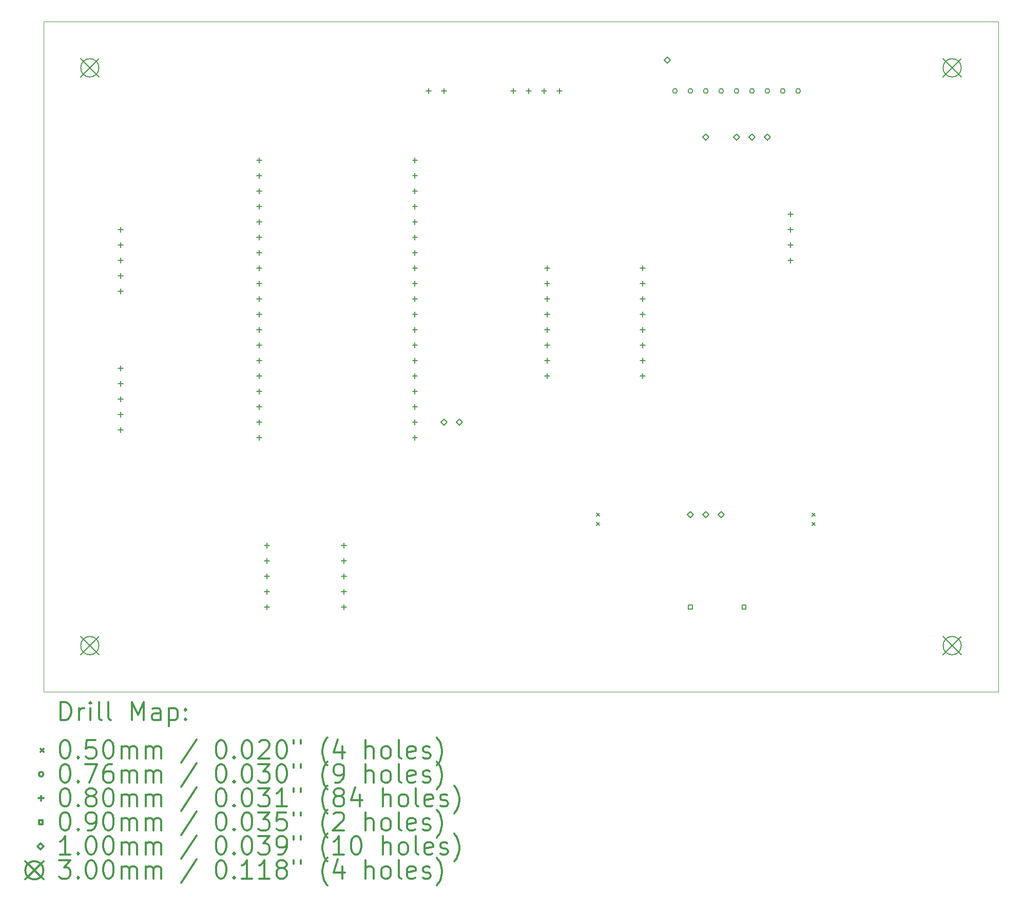
<source format=gbr>
%FSLAX45Y45*%
G04 Gerber Fmt 4.5, Leading zero omitted, Abs format (unit mm)*
G04 Created by KiCad (PCBNEW (5.1.6)-1) date 2020-07-07 09:56:22*
%MOMM*%
%LPD*%
G01*
G04 APERTURE LIST*
%TA.AperFunction,Profile*%
%ADD10C,0.050000*%
%TD*%
%ADD11C,0.200000*%
%ADD12C,0.300000*%
G04 APERTURE END LIST*
D10*
X2794000Y-14478000D02*
X2794000Y-3429000D01*
X18542000Y-14478000D02*
X2794000Y-14478000D01*
X18542000Y-3429000D02*
X18542000Y-14478000D01*
X2794000Y-3429000D02*
X18542000Y-3429000D01*
D11*
X15469000Y-11532000D02*
X15519000Y-11582000D01*
X15519000Y-11532000D02*
X15469000Y-11582000D01*
X15469000Y-11682000D02*
X15519000Y-11732000D01*
X15519000Y-11682000D02*
X15469000Y-11732000D01*
X11913000Y-11532000D02*
X11963000Y-11582000D01*
X11963000Y-11532000D02*
X11913000Y-11582000D01*
X11913000Y-11682000D02*
X11963000Y-11732000D01*
X11963000Y-11682000D02*
X11913000Y-11732000D01*
X13246100Y-4572000D02*
G75*
G03*
X13246100Y-4572000I-38100J0D01*
G01*
X13500100Y-4572000D02*
G75*
G03*
X13500100Y-4572000I-38100J0D01*
G01*
X13754100Y-4572000D02*
G75*
G03*
X13754100Y-4572000I-38100J0D01*
G01*
X14008100Y-4572000D02*
G75*
G03*
X14008100Y-4572000I-38100J0D01*
G01*
X14262100Y-4572000D02*
G75*
G03*
X14262100Y-4572000I-38100J0D01*
G01*
X14516100Y-4572000D02*
G75*
G03*
X14516100Y-4572000I-38100J0D01*
G01*
X14770100Y-4572000D02*
G75*
G03*
X14770100Y-4572000I-38100J0D01*
G01*
X15024100Y-4572000D02*
G75*
G03*
X15024100Y-4572000I-38100J0D01*
G01*
X15278100Y-4572000D02*
G75*
G03*
X15278100Y-4572000I-38100J0D01*
G01*
X4064000Y-9104000D02*
X4064000Y-9184000D01*
X4024000Y-9144000D02*
X4104000Y-9144000D01*
X4064000Y-9358000D02*
X4064000Y-9438000D01*
X4024000Y-9398000D02*
X4104000Y-9398000D01*
X4064000Y-9612000D02*
X4064000Y-9692000D01*
X4024000Y-9652000D02*
X4104000Y-9652000D01*
X4064000Y-9866000D02*
X4064000Y-9946000D01*
X4024000Y-9906000D02*
X4104000Y-9906000D01*
X4064000Y-10120000D02*
X4064000Y-10200000D01*
X4024000Y-10160000D02*
X4104000Y-10160000D01*
X4064000Y-6818000D02*
X4064000Y-6898000D01*
X4024000Y-6858000D02*
X4104000Y-6858000D01*
X4064000Y-7072000D02*
X4064000Y-7152000D01*
X4024000Y-7112000D02*
X4104000Y-7112000D01*
X4064000Y-7326000D02*
X4064000Y-7406000D01*
X4024000Y-7366000D02*
X4104000Y-7366000D01*
X4064000Y-7580000D02*
X4064000Y-7660000D01*
X4024000Y-7620000D02*
X4104000Y-7620000D01*
X4064000Y-7834000D02*
X4064000Y-7914000D01*
X4024000Y-7874000D02*
X4104000Y-7874000D01*
X9144000Y-4532000D02*
X9144000Y-4612000D01*
X9104000Y-4572000D02*
X9184000Y-4572000D01*
X9398000Y-4532000D02*
X9398000Y-4612000D01*
X9358000Y-4572000D02*
X9438000Y-4572000D01*
X15113000Y-6564000D02*
X15113000Y-6644000D01*
X15073000Y-6604000D02*
X15153000Y-6604000D01*
X15113000Y-6818000D02*
X15113000Y-6898000D01*
X15073000Y-6858000D02*
X15153000Y-6858000D01*
X15113000Y-7072000D02*
X15113000Y-7152000D01*
X15073000Y-7112000D02*
X15153000Y-7112000D01*
X15113000Y-7326000D02*
X15113000Y-7406000D01*
X15073000Y-7366000D02*
X15153000Y-7366000D01*
X6477000Y-12025000D02*
X6477000Y-12105000D01*
X6437000Y-12065000D02*
X6517000Y-12065000D01*
X6477000Y-12279000D02*
X6477000Y-12359000D01*
X6437000Y-12319000D02*
X6517000Y-12319000D01*
X6477000Y-12533000D02*
X6477000Y-12613000D01*
X6437000Y-12573000D02*
X6517000Y-12573000D01*
X6477000Y-12787000D02*
X6477000Y-12867000D01*
X6437000Y-12827000D02*
X6517000Y-12827000D01*
X6477000Y-13041000D02*
X6477000Y-13121000D01*
X6437000Y-13081000D02*
X6517000Y-13081000D01*
X7747000Y-12025000D02*
X7747000Y-12105000D01*
X7707000Y-12065000D02*
X7787000Y-12065000D01*
X7747000Y-12279000D02*
X7747000Y-12359000D01*
X7707000Y-12319000D02*
X7787000Y-12319000D01*
X7747000Y-12533000D02*
X7747000Y-12613000D01*
X7707000Y-12573000D02*
X7787000Y-12573000D01*
X7747000Y-12787000D02*
X7747000Y-12867000D01*
X7707000Y-12827000D02*
X7787000Y-12827000D01*
X7747000Y-13041000D02*
X7747000Y-13121000D01*
X7707000Y-13081000D02*
X7787000Y-13081000D01*
X11101000Y-7453000D02*
X11101000Y-7533000D01*
X11061000Y-7493000D02*
X11141000Y-7493000D01*
X11101000Y-7707000D02*
X11101000Y-7787000D01*
X11061000Y-7747000D02*
X11141000Y-7747000D01*
X11101000Y-7961000D02*
X11101000Y-8041000D01*
X11061000Y-8001000D02*
X11141000Y-8001000D01*
X11101000Y-8215000D02*
X11101000Y-8295000D01*
X11061000Y-8255000D02*
X11141000Y-8255000D01*
X11101000Y-8469000D02*
X11101000Y-8549000D01*
X11061000Y-8509000D02*
X11141000Y-8509000D01*
X11101000Y-8723000D02*
X11101000Y-8803000D01*
X11061000Y-8763000D02*
X11141000Y-8763000D01*
X11101000Y-8977000D02*
X11101000Y-9057000D01*
X11061000Y-9017000D02*
X11141000Y-9017000D01*
X11101000Y-9231000D02*
X11101000Y-9311000D01*
X11061000Y-9271000D02*
X11141000Y-9271000D01*
X12676000Y-7453000D02*
X12676000Y-7533000D01*
X12636000Y-7493000D02*
X12716000Y-7493000D01*
X12676000Y-7707000D02*
X12676000Y-7787000D01*
X12636000Y-7747000D02*
X12716000Y-7747000D01*
X12676000Y-7961000D02*
X12676000Y-8041000D01*
X12636000Y-8001000D02*
X12716000Y-8001000D01*
X12676000Y-8215000D02*
X12676000Y-8295000D01*
X12636000Y-8255000D02*
X12716000Y-8255000D01*
X12676000Y-8469000D02*
X12676000Y-8549000D01*
X12636000Y-8509000D02*
X12716000Y-8509000D01*
X12676000Y-8723000D02*
X12676000Y-8803000D01*
X12636000Y-8763000D02*
X12716000Y-8763000D01*
X12676000Y-8977000D02*
X12676000Y-9057000D01*
X12636000Y-9017000D02*
X12716000Y-9017000D01*
X12676000Y-9231000D02*
X12676000Y-9311000D01*
X12636000Y-9271000D02*
X12716000Y-9271000D01*
X6350000Y-5675000D02*
X6350000Y-5755000D01*
X6310000Y-5715000D02*
X6390000Y-5715000D01*
X6350000Y-5929000D02*
X6350000Y-6009000D01*
X6310000Y-5969000D02*
X6390000Y-5969000D01*
X6350000Y-6183000D02*
X6350000Y-6263000D01*
X6310000Y-6223000D02*
X6390000Y-6223000D01*
X6350000Y-6437000D02*
X6350000Y-6517000D01*
X6310000Y-6477000D02*
X6390000Y-6477000D01*
X6350000Y-6691000D02*
X6350000Y-6771000D01*
X6310000Y-6731000D02*
X6390000Y-6731000D01*
X6350000Y-6945000D02*
X6350000Y-7025000D01*
X6310000Y-6985000D02*
X6390000Y-6985000D01*
X6350000Y-7199000D02*
X6350000Y-7279000D01*
X6310000Y-7239000D02*
X6390000Y-7239000D01*
X6350000Y-7453000D02*
X6350000Y-7533000D01*
X6310000Y-7493000D02*
X6390000Y-7493000D01*
X6350000Y-7707000D02*
X6350000Y-7787000D01*
X6310000Y-7747000D02*
X6390000Y-7747000D01*
X6350000Y-7961000D02*
X6350000Y-8041000D01*
X6310000Y-8001000D02*
X6390000Y-8001000D01*
X6350000Y-8215000D02*
X6350000Y-8295000D01*
X6310000Y-8255000D02*
X6390000Y-8255000D01*
X6350000Y-8469000D02*
X6350000Y-8549000D01*
X6310000Y-8509000D02*
X6390000Y-8509000D01*
X6350000Y-8723000D02*
X6350000Y-8803000D01*
X6310000Y-8763000D02*
X6390000Y-8763000D01*
X6350000Y-8977000D02*
X6350000Y-9057000D01*
X6310000Y-9017000D02*
X6390000Y-9017000D01*
X6350000Y-9231000D02*
X6350000Y-9311000D01*
X6310000Y-9271000D02*
X6390000Y-9271000D01*
X6350000Y-9485000D02*
X6350000Y-9565000D01*
X6310000Y-9525000D02*
X6390000Y-9525000D01*
X6350000Y-9739000D02*
X6350000Y-9819000D01*
X6310000Y-9779000D02*
X6390000Y-9779000D01*
X6350000Y-9993000D02*
X6350000Y-10073000D01*
X6310000Y-10033000D02*
X6390000Y-10033000D01*
X6350000Y-10247000D02*
X6350000Y-10327000D01*
X6310000Y-10287000D02*
X6390000Y-10287000D01*
X8920000Y-5675000D02*
X8920000Y-5755000D01*
X8880000Y-5715000D02*
X8960000Y-5715000D01*
X8920000Y-5929000D02*
X8920000Y-6009000D01*
X8880000Y-5969000D02*
X8960000Y-5969000D01*
X8920000Y-6183000D02*
X8920000Y-6263000D01*
X8880000Y-6223000D02*
X8960000Y-6223000D01*
X8920000Y-6437000D02*
X8920000Y-6517000D01*
X8880000Y-6477000D02*
X8960000Y-6477000D01*
X8920000Y-6691000D02*
X8920000Y-6771000D01*
X8880000Y-6731000D02*
X8960000Y-6731000D01*
X8920000Y-6945000D02*
X8920000Y-7025000D01*
X8880000Y-6985000D02*
X8960000Y-6985000D01*
X8920000Y-7199000D02*
X8920000Y-7279000D01*
X8880000Y-7239000D02*
X8960000Y-7239000D01*
X8920000Y-7453000D02*
X8920000Y-7533000D01*
X8880000Y-7493000D02*
X8960000Y-7493000D01*
X8920000Y-7707000D02*
X8920000Y-7787000D01*
X8880000Y-7747000D02*
X8960000Y-7747000D01*
X8920000Y-7961000D02*
X8920000Y-8041000D01*
X8880000Y-8001000D02*
X8960000Y-8001000D01*
X8920000Y-8215000D02*
X8920000Y-8295000D01*
X8880000Y-8255000D02*
X8960000Y-8255000D01*
X8920000Y-8469000D02*
X8920000Y-8549000D01*
X8880000Y-8509000D02*
X8960000Y-8509000D01*
X8920000Y-8723000D02*
X8920000Y-8803000D01*
X8880000Y-8763000D02*
X8960000Y-8763000D01*
X8920000Y-8977000D02*
X8920000Y-9057000D01*
X8880000Y-9017000D02*
X8960000Y-9017000D01*
X8920000Y-9231000D02*
X8920000Y-9311000D01*
X8880000Y-9271000D02*
X8960000Y-9271000D01*
X8920000Y-9485000D02*
X8920000Y-9565000D01*
X8880000Y-9525000D02*
X8960000Y-9525000D01*
X8920000Y-9739000D02*
X8920000Y-9819000D01*
X8880000Y-9779000D02*
X8960000Y-9779000D01*
X8920000Y-9993000D02*
X8920000Y-10073000D01*
X8880000Y-10033000D02*
X8960000Y-10033000D01*
X8920000Y-10247000D02*
X8920000Y-10327000D01*
X8880000Y-10287000D02*
X8960000Y-10287000D01*
X10541000Y-4532000D02*
X10541000Y-4612000D01*
X10501000Y-4572000D02*
X10581000Y-4572000D01*
X10795000Y-4532000D02*
X10795000Y-4612000D01*
X10755000Y-4572000D02*
X10835000Y-4572000D01*
X11049000Y-4532000D02*
X11049000Y-4612000D01*
X11009000Y-4572000D02*
X11089000Y-4572000D01*
X11303000Y-4532000D02*
X11303000Y-4612000D01*
X11263000Y-4572000D02*
X11343000Y-4572000D01*
X13493820Y-13112820D02*
X13493820Y-13049180D01*
X13430180Y-13049180D01*
X13430180Y-13112820D01*
X13493820Y-13112820D01*
X14378820Y-13112820D02*
X14378820Y-13049180D01*
X14315180Y-13049180D01*
X14315180Y-13112820D01*
X14378820Y-13112820D01*
X9398000Y-10083000D02*
X9448000Y-10033000D01*
X9398000Y-9983000D01*
X9348000Y-10033000D01*
X9398000Y-10083000D01*
X9652000Y-10083000D02*
X9702000Y-10033000D01*
X9652000Y-9983000D01*
X9602000Y-10033000D01*
X9652000Y-10083000D01*
X13081000Y-4114000D02*
X13131000Y-4064000D01*
X13081000Y-4014000D01*
X13031000Y-4064000D01*
X13081000Y-4114000D01*
X13716000Y-5384000D02*
X13766000Y-5334000D01*
X13716000Y-5284000D01*
X13666000Y-5334000D01*
X13716000Y-5384000D01*
X14224000Y-5384000D02*
X14274000Y-5334000D01*
X14224000Y-5284000D01*
X14174000Y-5334000D01*
X14224000Y-5384000D01*
X14478000Y-5384000D02*
X14528000Y-5334000D01*
X14478000Y-5284000D01*
X14428000Y-5334000D01*
X14478000Y-5384000D01*
X14732000Y-5384000D02*
X14782000Y-5334000D01*
X14732000Y-5284000D01*
X14682000Y-5334000D01*
X14732000Y-5384000D01*
X13462000Y-11607000D02*
X13512000Y-11557000D01*
X13462000Y-11507000D01*
X13412000Y-11557000D01*
X13462000Y-11607000D01*
X13716000Y-11607000D02*
X13766000Y-11557000D01*
X13716000Y-11507000D01*
X13666000Y-11557000D01*
X13716000Y-11607000D01*
X13970000Y-11607000D02*
X14020000Y-11557000D01*
X13970000Y-11507000D01*
X13920000Y-11557000D01*
X13970000Y-11607000D01*
X3406000Y-4041000D02*
X3706000Y-4341000D01*
X3706000Y-4041000D02*
X3406000Y-4341000D01*
X3706000Y-4191000D02*
G75*
G03*
X3706000Y-4191000I-150000J0D01*
G01*
X3406000Y-13566000D02*
X3706000Y-13866000D01*
X3706000Y-13566000D02*
X3406000Y-13866000D01*
X3706000Y-13716000D02*
G75*
G03*
X3706000Y-13716000I-150000J0D01*
G01*
X17630000Y-4041000D02*
X17930000Y-4341000D01*
X17930000Y-4041000D02*
X17630000Y-4341000D01*
X17930000Y-4191000D02*
G75*
G03*
X17930000Y-4191000I-150000J0D01*
G01*
X17630000Y-13566000D02*
X17930000Y-13866000D01*
X17930000Y-13566000D02*
X17630000Y-13866000D01*
X17930000Y-13716000D02*
G75*
G03*
X17930000Y-13716000I-150000J0D01*
G01*
D12*
X3077928Y-14946214D02*
X3077928Y-14646214D01*
X3149357Y-14646214D01*
X3192214Y-14660500D01*
X3220786Y-14689071D01*
X3235071Y-14717643D01*
X3249357Y-14774786D01*
X3249357Y-14817643D01*
X3235071Y-14874786D01*
X3220786Y-14903357D01*
X3192214Y-14931929D01*
X3149357Y-14946214D01*
X3077928Y-14946214D01*
X3377928Y-14946214D02*
X3377928Y-14746214D01*
X3377928Y-14803357D02*
X3392214Y-14774786D01*
X3406500Y-14760500D01*
X3435071Y-14746214D01*
X3463643Y-14746214D01*
X3563643Y-14946214D02*
X3563643Y-14746214D01*
X3563643Y-14646214D02*
X3549357Y-14660500D01*
X3563643Y-14674786D01*
X3577928Y-14660500D01*
X3563643Y-14646214D01*
X3563643Y-14674786D01*
X3749357Y-14946214D02*
X3720786Y-14931929D01*
X3706500Y-14903357D01*
X3706500Y-14646214D01*
X3906500Y-14946214D02*
X3877928Y-14931929D01*
X3863643Y-14903357D01*
X3863643Y-14646214D01*
X4249357Y-14946214D02*
X4249357Y-14646214D01*
X4349357Y-14860500D01*
X4449357Y-14646214D01*
X4449357Y-14946214D01*
X4720786Y-14946214D02*
X4720786Y-14789071D01*
X4706500Y-14760500D01*
X4677928Y-14746214D01*
X4620786Y-14746214D01*
X4592214Y-14760500D01*
X4720786Y-14931929D02*
X4692214Y-14946214D01*
X4620786Y-14946214D01*
X4592214Y-14931929D01*
X4577928Y-14903357D01*
X4577928Y-14874786D01*
X4592214Y-14846214D01*
X4620786Y-14831929D01*
X4692214Y-14831929D01*
X4720786Y-14817643D01*
X4863643Y-14746214D02*
X4863643Y-15046214D01*
X4863643Y-14760500D02*
X4892214Y-14746214D01*
X4949357Y-14746214D01*
X4977928Y-14760500D01*
X4992214Y-14774786D01*
X5006500Y-14803357D01*
X5006500Y-14889071D01*
X4992214Y-14917643D01*
X4977928Y-14931929D01*
X4949357Y-14946214D01*
X4892214Y-14946214D01*
X4863643Y-14931929D01*
X5135071Y-14917643D02*
X5149357Y-14931929D01*
X5135071Y-14946214D01*
X5120786Y-14931929D01*
X5135071Y-14917643D01*
X5135071Y-14946214D01*
X5135071Y-14760500D02*
X5149357Y-14774786D01*
X5135071Y-14789071D01*
X5120786Y-14774786D01*
X5135071Y-14760500D01*
X5135071Y-14789071D01*
X2741500Y-15415500D02*
X2791500Y-15465500D01*
X2791500Y-15415500D02*
X2741500Y-15465500D01*
X3135071Y-15276214D02*
X3163643Y-15276214D01*
X3192214Y-15290500D01*
X3206500Y-15304786D01*
X3220786Y-15333357D01*
X3235071Y-15390500D01*
X3235071Y-15461929D01*
X3220786Y-15519071D01*
X3206500Y-15547643D01*
X3192214Y-15561929D01*
X3163643Y-15576214D01*
X3135071Y-15576214D01*
X3106500Y-15561929D01*
X3092214Y-15547643D01*
X3077928Y-15519071D01*
X3063643Y-15461929D01*
X3063643Y-15390500D01*
X3077928Y-15333357D01*
X3092214Y-15304786D01*
X3106500Y-15290500D01*
X3135071Y-15276214D01*
X3363643Y-15547643D02*
X3377928Y-15561929D01*
X3363643Y-15576214D01*
X3349357Y-15561929D01*
X3363643Y-15547643D01*
X3363643Y-15576214D01*
X3649357Y-15276214D02*
X3506500Y-15276214D01*
X3492214Y-15419071D01*
X3506500Y-15404786D01*
X3535071Y-15390500D01*
X3606500Y-15390500D01*
X3635071Y-15404786D01*
X3649357Y-15419071D01*
X3663643Y-15447643D01*
X3663643Y-15519071D01*
X3649357Y-15547643D01*
X3635071Y-15561929D01*
X3606500Y-15576214D01*
X3535071Y-15576214D01*
X3506500Y-15561929D01*
X3492214Y-15547643D01*
X3849357Y-15276214D02*
X3877928Y-15276214D01*
X3906500Y-15290500D01*
X3920786Y-15304786D01*
X3935071Y-15333357D01*
X3949357Y-15390500D01*
X3949357Y-15461929D01*
X3935071Y-15519071D01*
X3920786Y-15547643D01*
X3906500Y-15561929D01*
X3877928Y-15576214D01*
X3849357Y-15576214D01*
X3820786Y-15561929D01*
X3806500Y-15547643D01*
X3792214Y-15519071D01*
X3777928Y-15461929D01*
X3777928Y-15390500D01*
X3792214Y-15333357D01*
X3806500Y-15304786D01*
X3820786Y-15290500D01*
X3849357Y-15276214D01*
X4077928Y-15576214D02*
X4077928Y-15376214D01*
X4077928Y-15404786D02*
X4092214Y-15390500D01*
X4120786Y-15376214D01*
X4163643Y-15376214D01*
X4192214Y-15390500D01*
X4206500Y-15419071D01*
X4206500Y-15576214D01*
X4206500Y-15419071D02*
X4220786Y-15390500D01*
X4249357Y-15376214D01*
X4292214Y-15376214D01*
X4320786Y-15390500D01*
X4335071Y-15419071D01*
X4335071Y-15576214D01*
X4477928Y-15576214D02*
X4477928Y-15376214D01*
X4477928Y-15404786D02*
X4492214Y-15390500D01*
X4520786Y-15376214D01*
X4563643Y-15376214D01*
X4592214Y-15390500D01*
X4606500Y-15419071D01*
X4606500Y-15576214D01*
X4606500Y-15419071D02*
X4620786Y-15390500D01*
X4649357Y-15376214D01*
X4692214Y-15376214D01*
X4720786Y-15390500D01*
X4735071Y-15419071D01*
X4735071Y-15576214D01*
X5320786Y-15261929D02*
X5063643Y-15647643D01*
X5706500Y-15276214D02*
X5735071Y-15276214D01*
X5763643Y-15290500D01*
X5777928Y-15304786D01*
X5792214Y-15333357D01*
X5806500Y-15390500D01*
X5806500Y-15461929D01*
X5792214Y-15519071D01*
X5777928Y-15547643D01*
X5763643Y-15561929D01*
X5735071Y-15576214D01*
X5706500Y-15576214D01*
X5677928Y-15561929D01*
X5663643Y-15547643D01*
X5649357Y-15519071D01*
X5635071Y-15461929D01*
X5635071Y-15390500D01*
X5649357Y-15333357D01*
X5663643Y-15304786D01*
X5677928Y-15290500D01*
X5706500Y-15276214D01*
X5935071Y-15547643D02*
X5949357Y-15561929D01*
X5935071Y-15576214D01*
X5920786Y-15561929D01*
X5935071Y-15547643D01*
X5935071Y-15576214D01*
X6135071Y-15276214D02*
X6163643Y-15276214D01*
X6192214Y-15290500D01*
X6206500Y-15304786D01*
X6220786Y-15333357D01*
X6235071Y-15390500D01*
X6235071Y-15461929D01*
X6220786Y-15519071D01*
X6206500Y-15547643D01*
X6192214Y-15561929D01*
X6163643Y-15576214D01*
X6135071Y-15576214D01*
X6106500Y-15561929D01*
X6092214Y-15547643D01*
X6077928Y-15519071D01*
X6063643Y-15461929D01*
X6063643Y-15390500D01*
X6077928Y-15333357D01*
X6092214Y-15304786D01*
X6106500Y-15290500D01*
X6135071Y-15276214D01*
X6349357Y-15304786D02*
X6363643Y-15290500D01*
X6392214Y-15276214D01*
X6463643Y-15276214D01*
X6492214Y-15290500D01*
X6506500Y-15304786D01*
X6520786Y-15333357D01*
X6520786Y-15361929D01*
X6506500Y-15404786D01*
X6335071Y-15576214D01*
X6520786Y-15576214D01*
X6706500Y-15276214D02*
X6735071Y-15276214D01*
X6763643Y-15290500D01*
X6777928Y-15304786D01*
X6792214Y-15333357D01*
X6806500Y-15390500D01*
X6806500Y-15461929D01*
X6792214Y-15519071D01*
X6777928Y-15547643D01*
X6763643Y-15561929D01*
X6735071Y-15576214D01*
X6706500Y-15576214D01*
X6677928Y-15561929D01*
X6663643Y-15547643D01*
X6649357Y-15519071D01*
X6635071Y-15461929D01*
X6635071Y-15390500D01*
X6649357Y-15333357D01*
X6663643Y-15304786D01*
X6677928Y-15290500D01*
X6706500Y-15276214D01*
X6920786Y-15276214D02*
X6920786Y-15333357D01*
X7035071Y-15276214D02*
X7035071Y-15333357D01*
X7477928Y-15690500D02*
X7463643Y-15676214D01*
X7435071Y-15633357D01*
X7420786Y-15604786D01*
X7406500Y-15561929D01*
X7392214Y-15490500D01*
X7392214Y-15433357D01*
X7406500Y-15361929D01*
X7420786Y-15319071D01*
X7435071Y-15290500D01*
X7463643Y-15247643D01*
X7477928Y-15233357D01*
X7720786Y-15376214D02*
X7720786Y-15576214D01*
X7649357Y-15261929D02*
X7577928Y-15476214D01*
X7763643Y-15476214D01*
X8106500Y-15576214D02*
X8106500Y-15276214D01*
X8235071Y-15576214D02*
X8235071Y-15419071D01*
X8220786Y-15390500D01*
X8192214Y-15376214D01*
X8149357Y-15376214D01*
X8120786Y-15390500D01*
X8106500Y-15404786D01*
X8420786Y-15576214D02*
X8392214Y-15561929D01*
X8377928Y-15547643D01*
X8363643Y-15519071D01*
X8363643Y-15433357D01*
X8377928Y-15404786D01*
X8392214Y-15390500D01*
X8420786Y-15376214D01*
X8463643Y-15376214D01*
X8492214Y-15390500D01*
X8506500Y-15404786D01*
X8520786Y-15433357D01*
X8520786Y-15519071D01*
X8506500Y-15547643D01*
X8492214Y-15561929D01*
X8463643Y-15576214D01*
X8420786Y-15576214D01*
X8692214Y-15576214D02*
X8663643Y-15561929D01*
X8649357Y-15533357D01*
X8649357Y-15276214D01*
X8920786Y-15561929D02*
X8892214Y-15576214D01*
X8835071Y-15576214D01*
X8806500Y-15561929D01*
X8792214Y-15533357D01*
X8792214Y-15419071D01*
X8806500Y-15390500D01*
X8835071Y-15376214D01*
X8892214Y-15376214D01*
X8920786Y-15390500D01*
X8935071Y-15419071D01*
X8935071Y-15447643D01*
X8792214Y-15476214D01*
X9049357Y-15561929D02*
X9077928Y-15576214D01*
X9135071Y-15576214D01*
X9163643Y-15561929D01*
X9177928Y-15533357D01*
X9177928Y-15519071D01*
X9163643Y-15490500D01*
X9135071Y-15476214D01*
X9092214Y-15476214D01*
X9063643Y-15461929D01*
X9049357Y-15433357D01*
X9049357Y-15419071D01*
X9063643Y-15390500D01*
X9092214Y-15376214D01*
X9135071Y-15376214D01*
X9163643Y-15390500D01*
X9277928Y-15690500D02*
X9292214Y-15676214D01*
X9320786Y-15633357D01*
X9335071Y-15604786D01*
X9349357Y-15561929D01*
X9363643Y-15490500D01*
X9363643Y-15433357D01*
X9349357Y-15361929D01*
X9335071Y-15319071D01*
X9320786Y-15290500D01*
X9292214Y-15247643D01*
X9277928Y-15233357D01*
X2791500Y-15836500D02*
G75*
G03*
X2791500Y-15836500I-38100J0D01*
G01*
X3135071Y-15672214D02*
X3163643Y-15672214D01*
X3192214Y-15686500D01*
X3206500Y-15700786D01*
X3220786Y-15729357D01*
X3235071Y-15786500D01*
X3235071Y-15857929D01*
X3220786Y-15915071D01*
X3206500Y-15943643D01*
X3192214Y-15957929D01*
X3163643Y-15972214D01*
X3135071Y-15972214D01*
X3106500Y-15957929D01*
X3092214Y-15943643D01*
X3077928Y-15915071D01*
X3063643Y-15857929D01*
X3063643Y-15786500D01*
X3077928Y-15729357D01*
X3092214Y-15700786D01*
X3106500Y-15686500D01*
X3135071Y-15672214D01*
X3363643Y-15943643D02*
X3377928Y-15957929D01*
X3363643Y-15972214D01*
X3349357Y-15957929D01*
X3363643Y-15943643D01*
X3363643Y-15972214D01*
X3477928Y-15672214D02*
X3677928Y-15672214D01*
X3549357Y-15972214D01*
X3920786Y-15672214D02*
X3863643Y-15672214D01*
X3835071Y-15686500D01*
X3820786Y-15700786D01*
X3792214Y-15743643D01*
X3777928Y-15800786D01*
X3777928Y-15915071D01*
X3792214Y-15943643D01*
X3806500Y-15957929D01*
X3835071Y-15972214D01*
X3892214Y-15972214D01*
X3920786Y-15957929D01*
X3935071Y-15943643D01*
X3949357Y-15915071D01*
X3949357Y-15843643D01*
X3935071Y-15815071D01*
X3920786Y-15800786D01*
X3892214Y-15786500D01*
X3835071Y-15786500D01*
X3806500Y-15800786D01*
X3792214Y-15815071D01*
X3777928Y-15843643D01*
X4077928Y-15972214D02*
X4077928Y-15772214D01*
X4077928Y-15800786D02*
X4092214Y-15786500D01*
X4120786Y-15772214D01*
X4163643Y-15772214D01*
X4192214Y-15786500D01*
X4206500Y-15815071D01*
X4206500Y-15972214D01*
X4206500Y-15815071D02*
X4220786Y-15786500D01*
X4249357Y-15772214D01*
X4292214Y-15772214D01*
X4320786Y-15786500D01*
X4335071Y-15815071D01*
X4335071Y-15972214D01*
X4477928Y-15972214D02*
X4477928Y-15772214D01*
X4477928Y-15800786D02*
X4492214Y-15786500D01*
X4520786Y-15772214D01*
X4563643Y-15772214D01*
X4592214Y-15786500D01*
X4606500Y-15815071D01*
X4606500Y-15972214D01*
X4606500Y-15815071D02*
X4620786Y-15786500D01*
X4649357Y-15772214D01*
X4692214Y-15772214D01*
X4720786Y-15786500D01*
X4735071Y-15815071D01*
X4735071Y-15972214D01*
X5320786Y-15657929D02*
X5063643Y-16043643D01*
X5706500Y-15672214D02*
X5735071Y-15672214D01*
X5763643Y-15686500D01*
X5777928Y-15700786D01*
X5792214Y-15729357D01*
X5806500Y-15786500D01*
X5806500Y-15857929D01*
X5792214Y-15915071D01*
X5777928Y-15943643D01*
X5763643Y-15957929D01*
X5735071Y-15972214D01*
X5706500Y-15972214D01*
X5677928Y-15957929D01*
X5663643Y-15943643D01*
X5649357Y-15915071D01*
X5635071Y-15857929D01*
X5635071Y-15786500D01*
X5649357Y-15729357D01*
X5663643Y-15700786D01*
X5677928Y-15686500D01*
X5706500Y-15672214D01*
X5935071Y-15943643D02*
X5949357Y-15957929D01*
X5935071Y-15972214D01*
X5920786Y-15957929D01*
X5935071Y-15943643D01*
X5935071Y-15972214D01*
X6135071Y-15672214D02*
X6163643Y-15672214D01*
X6192214Y-15686500D01*
X6206500Y-15700786D01*
X6220786Y-15729357D01*
X6235071Y-15786500D01*
X6235071Y-15857929D01*
X6220786Y-15915071D01*
X6206500Y-15943643D01*
X6192214Y-15957929D01*
X6163643Y-15972214D01*
X6135071Y-15972214D01*
X6106500Y-15957929D01*
X6092214Y-15943643D01*
X6077928Y-15915071D01*
X6063643Y-15857929D01*
X6063643Y-15786500D01*
X6077928Y-15729357D01*
X6092214Y-15700786D01*
X6106500Y-15686500D01*
X6135071Y-15672214D01*
X6335071Y-15672214D02*
X6520786Y-15672214D01*
X6420786Y-15786500D01*
X6463643Y-15786500D01*
X6492214Y-15800786D01*
X6506500Y-15815071D01*
X6520786Y-15843643D01*
X6520786Y-15915071D01*
X6506500Y-15943643D01*
X6492214Y-15957929D01*
X6463643Y-15972214D01*
X6377928Y-15972214D01*
X6349357Y-15957929D01*
X6335071Y-15943643D01*
X6706500Y-15672214D02*
X6735071Y-15672214D01*
X6763643Y-15686500D01*
X6777928Y-15700786D01*
X6792214Y-15729357D01*
X6806500Y-15786500D01*
X6806500Y-15857929D01*
X6792214Y-15915071D01*
X6777928Y-15943643D01*
X6763643Y-15957929D01*
X6735071Y-15972214D01*
X6706500Y-15972214D01*
X6677928Y-15957929D01*
X6663643Y-15943643D01*
X6649357Y-15915071D01*
X6635071Y-15857929D01*
X6635071Y-15786500D01*
X6649357Y-15729357D01*
X6663643Y-15700786D01*
X6677928Y-15686500D01*
X6706500Y-15672214D01*
X6920786Y-15672214D02*
X6920786Y-15729357D01*
X7035071Y-15672214D02*
X7035071Y-15729357D01*
X7477928Y-16086500D02*
X7463643Y-16072214D01*
X7435071Y-16029357D01*
X7420786Y-16000786D01*
X7406500Y-15957929D01*
X7392214Y-15886500D01*
X7392214Y-15829357D01*
X7406500Y-15757929D01*
X7420786Y-15715071D01*
X7435071Y-15686500D01*
X7463643Y-15643643D01*
X7477928Y-15629357D01*
X7606500Y-15972214D02*
X7663643Y-15972214D01*
X7692214Y-15957929D01*
X7706500Y-15943643D01*
X7735071Y-15900786D01*
X7749357Y-15843643D01*
X7749357Y-15729357D01*
X7735071Y-15700786D01*
X7720786Y-15686500D01*
X7692214Y-15672214D01*
X7635071Y-15672214D01*
X7606500Y-15686500D01*
X7592214Y-15700786D01*
X7577928Y-15729357D01*
X7577928Y-15800786D01*
X7592214Y-15829357D01*
X7606500Y-15843643D01*
X7635071Y-15857929D01*
X7692214Y-15857929D01*
X7720786Y-15843643D01*
X7735071Y-15829357D01*
X7749357Y-15800786D01*
X8106500Y-15972214D02*
X8106500Y-15672214D01*
X8235071Y-15972214D02*
X8235071Y-15815071D01*
X8220786Y-15786500D01*
X8192214Y-15772214D01*
X8149357Y-15772214D01*
X8120786Y-15786500D01*
X8106500Y-15800786D01*
X8420786Y-15972214D02*
X8392214Y-15957929D01*
X8377928Y-15943643D01*
X8363643Y-15915071D01*
X8363643Y-15829357D01*
X8377928Y-15800786D01*
X8392214Y-15786500D01*
X8420786Y-15772214D01*
X8463643Y-15772214D01*
X8492214Y-15786500D01*
X8506500Y-15800786D01*
X8520786Y-15829357D01*
X8520786Y-15915071D01*
X8506500Y-15943643D01*
X8492214Y-15957929D01*
X8463643Y-15972214D01*
X8420786Y-15972214D01*
X8692214Y-15972214D02*
X8663643Y-15957929D01*
X8649357Y-15929357D01*
X8649357Y-15672214D01*
X8920786Y-15957929D02*
X8892214Y-15972214D01*
X8835071Y-15972214D01*
X8806500Y-15957929D01*
X8792214Y-15929357D01*
X8792214Y-15815071D01*
X8806500Y-15786500D01*
X8835071Y-15772214D01*
X8892214Y-15772214D01*
X8920786Y-15786500D01*
X8935071Y-15815071D01*
X8935071Y-15843643D01*
X8792214Y-15872214D01*
X9049357Y-15957929D02*
X9077928Y-15972214D01*
X9135071Y-15972214D01*
X9163643Y-15957929D01*
X9177928Y-15929357D01*
X9177928Y-15915071D01*
X9163643Y-15886500D01*
X9135071Y-15872214D01*
X9092214Y-15872214D01*
X9063643Y-15857929D01*
X9049357Y-15829357D01*
X9049357Y-15815071D01*
X9063643Y-15786500D01*
X9092214Y-15772214D01*
X9135071Y-15772214D01*
X9163643Y-15786500D01*
X9277928Y-16086500D02*
X9292214Y-16072214D01*
X9320786Y-16029357D01*
X9335071Y-16000786D01*
X9349357Y-15957929D01*
X9363643Y-15886500D01*
X9363643Y-15829357D01*
X9349357Y-15757929D01*
X9335071Y-15715071D01*
X9320786Y-15686500D01*
X9292214Y-15643643D01*
X9277928Y-15629357D01*
X2751500Y-16192500D02*
X2751500Y-16272500D01*
X2711500Y-16232500D02*
X2791500Y-16232500D01*
X3135071Y-16068214D02*
X3163643Y-16068214D01*
X3192214Y-16082500D01*
X3206500Y-16096786D01*
X3220786Y-16125357D01*
X3235071Y-16182500D01*
X3235071Y-16253929D01*
X3220786Y-16311071D01*
X3206500Y-16339643D01*
X3192214Y-16353929D01*
X3163643Y-16368214D01*
X3135071Y-16368214D01*
X3106500Y-16353929D01*
X3092214Y-16339643D01*
X3077928Y-16311071D01*
X3063643Y-16253929D01*
X3063643Y-16182500D01*
X3077928Y-16125357D01*
X3092214Y-16096786D01*
X3106500Y-16082500D01*
X3135071Y-16068214D01*
X3363643Y-16339643D02*
X3377928Y-16353929D01*
X3363643Y-16368214D01*
X3349357Y-16353929D01*
X3363643Y-16339643D01*
X3363643Y-16368214D01*
X3549357Y-16196786D02*
X3520786Y-16182500D01*
X3506500Y-16168214D01*
X3492214Y-16139643D01*
X3492214Y-16125357D01*
X3506500Y-16096786D01*
X3520786Y-16082500D01*
X3549357Y-16068214D01*
X3606500Y-16068214D01*
X3635071Y-16082500D01*
X3649357Y-16096786D01*
X3663643Y-16125357D01*
X3663643Y-16139643D01*
X3649357Y-16168214D01*
X3635071Y-16182500D01*
X3606500Y-16196786D01*
X3549357Y-16196786D01*
X3520786Y-16211071D01*
X3506500Y-16225357D01*
X3492214Y-16253929D01*
X3492214Y-16311071D01*
X3506500Y-16339643D01*
X3520786Y-16353929D01*
X3549357Y-16368214D01*
X3606500Y-16368214D01*
X3635071Y-16353929D01*
X3649357Y-16339643D01*
X3663643Y-16311071D01*
X3663643Y-16253929D01*
X3649357Y-16225357D01*
X3635071Y-16211071D01*
X3606500Y-16196786D01*
X3849357Y-16068214D02*
X3877928Y-16068214D01*
X3906500Y-16082500D01*
X3920786Y-16096786D01*
X3935071Y-16125357D01*
X3949357Y-16182500D01*
X3949357Y-16253929D01*
X3935071Y-16311071D01*
X3920786Y-16339643D01*
X3906500Y-16353929D01*
X3877928Y-16368214D01*
X3849357Y-16368214D01*
X3820786Y-16353929D01*
X3806500Y-16339643D01*
X3792214Y-16311071D01*
X3777928Y-16253929D01*
X3777928Y-16182500D01*
X3792214Y-16125357D01*
X3806500Y-16096786D01*
X3820786Y-16082500D01*
X3849357Y-16068214D01*
X4077928Y-16368214D02*
X4077928Y-16168214D01*
X4077928Y-16196786D02*
X4092214Y-16182500D01*
X4120786Y-16168214D01*
X4163643Y-16168214D01*
X4192214Y-16182500D01*
X4206500Y-16211071D01*
X4206500Y-16368214D01*
X4206500Y-16211071D02*
X4220786Y-16182500D01*
X4249357Y-16168214D01*
X4292214Y-16168214D01*
X4320786Y-16182500D01*
X4335071Y-16211071D01*
X4335071Y-16368214D01*
X4477928Y-16368214D02*
X4477928Y-16168214D01*
X4477928Y-16196786D02*
X4492214Y-16182500D01*
X4520786Y-16168214D01*
X4563643Y-16168214D01*
X4592214Y-16182500D01*
X4606500Y-16211071D01*
X4606500Y-16368214D01*
X4606500Y-16211071D02*
X4620786Y-16182500D01*
X4649357Y-16168214D01*
X4692214Y-16168214D01*
X4720786Y-16182500D01*
X4735071Y-16211071D01*
X4735071Y-16368214D01*
X5320786Y-16053929D02*
X5063643Y-16439643D01*
X5706500Y-16068214D02*
X5735071Y-16068214D01*
X5763643Y-16082500D01*
X5777928Y-16096786D01*
X5792214Y-16125357D01*
X5806500Y-16182500D01*
X5806500Y-16253929D01*
X5792214Y-16311071D01*
X5777928Y-16339643D01*
X5763643Y-16353929D01*
X5735071Y-16368214D01*
X5706500Y-16368214D01*
X5677928Y-16353929D01*
X5663643Y-16339643D01*
X5649357Y-16311071D01*
X5635071Y-16253929D01*
X5635071Y-16182500D01*
X5649357Y-16125357D01*
X5663643Y-16096786D01*
X5677928Y-16082500D01*
X5706500Y-16068214D01*
X5935071Y-16339643D02*
X5949357Y-16353929D01*
X5935071Y-16368214D01*
X5920786Y-16353929D01*
X5935071Y-16339643D01*
X5935071Y-16368214D01*
X6135071Y-16068214D02*
X6163643Y-16068214D01*
X6192214Y-16082500D01*
X6206500Y-16096786D01*
X6220786Y-16125357D01*
X6235071Y-16182500D01*
X6235071Y-16253929D01*
X6220786Y-16311071D01*
X6206500Y-16339643D01*
X6192214Y-16353929D01*
X6163643Y-16368214D01*
X6135071Y-16368214D01*
X6106500Y-16353929D01*
X6092214Y-16339643D01*
X6077928Y-16311071D01*
X6063643Y-16253929D01*
X6063643Y-16182500D01*
X6077928Y-16125357D01*
X6092214Y-16096786D01*
X6106500Y-16082500D01*
X6135071Y-16068214D01*
X6335071Y-16068214D02*
X6520786Y-16068214D01*
X6420786Y-16182500D01*
X6463643Y-16182500D01*
X6492214Y-16196786D01*
X6506500Y-16211071D01*
X6520786Y-16239643D01*
X6520786Y-16311071D01*
X6506500Y-16339643D01*
X6492214Y-16353929D01*
X6463643Y-16368214D01*
X6377928Y-16368214D01*
X6349357Y-16353929D01*
X6335071Y-16339643D01*
X6806500Y-16368214D02*
X6635071Y-16368214D01*
X6720786Y-16368214D02*
X6720786Y-16068214D01*
X6692214Y-16111071D01*
X6663643Y-16139643D01*
X6635071Y-16153929D01*
X6920786Y-16068214D02*
X6920786Y-16125357D01*
X7035071Y-16068214D02*
X7035071Y-16125357D01*
X7477928Y-16482500D02*
X7463643Y-16468214D01*
X7435071Y-16425357D01*
X7420786Y-16396786D01*
X7406500Y-16353929D01*
X7392214Y-16282500D01*
X7392214Y-16225357D01*
X7406500Y-16153929D01*
X7420786Y-16111071D01*
X7435071Y-16082500D01*
X7463643Y-16039643D01*
X7477928Y-16025357D01*
X7635071Y-16196786D02*
X7606500Y-16182500D01*
X7592214Y-16168214D01*
X7577928Y-16139643D01*
X7577928Y-16125357D01*
X7592214Y-16096786D01*
X7606500Y-16082500D01*
X7635071Y-16068214D01*
X7692214Y-16068214D01*
X7720786Y-16082500D01*
X7735071Y-16096786D01*
X7749357Y-16125357D01*
X7749357Y-16139643D01*
X7735071Y-16168214D01*
X7720786Y-16182500D01*
X7692214Y-16196786D01*
X7635071Y-16196786D01*
X7606500Y-16211071D01*
X7592214Y-16225357D01*
X7577928Y-16253929D01*
X7577928Y-16311071D01*
X7592214Y-16339643D01*
X7606500Y-16353929D01*
X7635071Y-16368214D01*
X7692214Y-16368214D01*
X7720786Y-16353929D01*
X7735071Y-16339643D01*
X7749357Y-16311071D01*
X7749357Y-16253929D01*
X7735071Y-16225357D01*
X7720786Y-16211071D01*
X7692214Y-16196786D01*
X8006500Y-16168214D02*
X8006500Y-16368214D01*
X7935071Y-16053929D02*
X7863643Y-16268214D01*
X8049357Y-16268214D01*
X8392214Y-16368214D02*
X8392214Y-16068214D01*
X8520786Y-16368214D02*
X8520786Y-16211071D01*
X8506500Y-16182500D01*
X8477928Y-16168214D01*
X8435071Y-16168214D01*
X8406500Y-16182500D01*
X8392214Y-16196786D01*
X8706500Y-16368214D02*
X8677928Y-16353929D01*
X8663643Y-16339643D01*
X8649357Y-16311071D01*
X8649357Y-16225357D01*
X8663643Y-16196786D01*
X8677928Y-16182500D01*
X8706500Y-16168214D01*
X8749357Y-16168214D01*
X8777928Y-16182500D01*
X8792214Y-16196786D01*
X8806500Y-16225357D01*
X8806500Y-16311071D01*
X8792214Y-16339643D01*
X8777928Y-16353929D01*
X8749357Y-16368214D01*
X8706500Y-16368214D01*
X8977928Y-16368214D02*
X8949357Y-16353929D01*
X8935071Y-16325357D01*
X8935071Y-16068214D01*
X9206500Y-16353929D02*
X9177928Y-16368214D01*
X9120786Y-16368214D01*
X9092214Y-16353929D01*
X9077928Y-16325357D01*
X9077928Y-16211071D01*
X9092214Y-16182500D01*
X9120786Y-16168214D01*
X9177928Y-16168214D01*
X9206500Y-16182500D01*
X9220786Y-16211071D01*
X9220786Y-16239643D01*
X9077928Y-16268214D01*
X9335071Y-16353929D02*
X9363643Y-16368214D01*
X9420786Y-16368214D01*
X9449357Y-16353929D01*
X9463643Y-16325357D01*
X9463643Y-16311071D01*
X9449357Y-16282500D01*
X9420786Y-16268214D01*
X9377928Y-16268214D01*
X9349357Y-16253929D01*
X9335071Y-16225357D01*
X9335071Y-16211071D01*
X9349357Y-16182500D01*
X9377928Y-16168214D01*
X9420786Y-16168214D01*
X9449357Y-16182500D01*
X9563643Y-16482500D02*
X9577928Y-16468214D01*
X9606500Y-16425357D01*
X9620786Y-16396786D01*
X9635071Y-16353929D01*
X9649357Y-16282500D01*
X9649357Y-16225357D01*
X9635071Y-16153929D01*
X9620786Y-16111071D01*
X9606500Y-16082500D01*
X9577928Y-16039643D01*
X9563643Y-16025357D01*
X2778320Y-16660320D02*
X2778320Y-16596680D01*
X2714680Y-16596680D01*
X2714680Y-16660320D01*
X2778320Y-16660320D01*
X3135071Y-16464214D02*
X3163643Y-16464214D01*
X3192214Y-16478500D01*
X3206500Y-16492786D01*
X3220786Y-16521357D01*
X3235071Y-16578500D01*
X3235071Y-16649929D01*
X3220786Y-16707071D01*
X3206500Y-16735643D01*
X3192214Y-16749929D01*
X3163643Y-16764214D01*
X3135071Y-16764214D01*
X3106500Y-16749929D01*
X3092214Y-16735643D01*
X3077928Y-16707071D01*
X3063643Y-16649929D01*
X3063643Y-16578500D01*
X3077928Y-16521357D01*
X3092214Y-16492786D01*
X3106500Y-16478500D01*
X3135071Y-16464214D01*
X3363643Y-16735643D02*
X3377928Y-16749929D01*
X3363643Y-16764214D01*
X3349357Y-16749929D01*
X3363643Y-16735643D01*
X3363643Y-16764214D01*
X3520786Y-16764214D02*
X3577928Y-16764214D01*
X3606500Y-16749929D01*
X3620786Y-16735643D01*
X3649357Y-16692786D01*
X3663643Y-16635643D01*
X3663643Y-16521357D01*
X3649357Y-16492786D01*
X3635071Y-16478500D01*
X3606500Y-16464214D01*
X3549357Y-16464214D01*
X3520786Y-16478500D01*
X3506500Y-16492786D01*
X3492214Y-16521357D01*
X3492214Y-16592786D01*
X3506500Y-16621357D01*
X3520786Y-16635643D01*
X3549357Y-16649929D01*
X3606500Y-16649929D01*
X3635071Y-16635643D01*
X3649357Y-16621357D01*
X3663643Y-16592786D01*
X3849357Y-16464214D02*
X3877928Y-16464214D01*
X3906500Y-16478500D01*
X3920786Y-16492786D01*
X3935071Y-16521357D01*
X3949357Y-16578500D01*
X3949357Y-16649929D01*
X3935071Y-16707071D01*
X3920786Y-16735643D01*
X3906500Y-16749929D01*
X3877928Y-16764214D01*
X3849357Y-16764214D01*
X3820786Y-16749929D01*
X3806500Y-16735643D01*
X3792214Y-16707071D01*
X3777928Y-16649929D01*
X3777928Y-16578500D01*
X3792214Y-16521357D01*
X3806500Y-16492786D01*
X3820786Y-16478500D01*
X3849357Y-16464214D01*
X4077928Y-16764214D02*
X4077928Y-16564214D01*
X4077928Y-16592786D02*
X4092214Y-16578500D01*
X4120786Y-16564214D01*
X4163643Y-16564214D01*
X4192214Y-16578500D01*
X4206500Y-16607071D01*
X4206500Y-16764214D01*
X4206500Y-16607071D02*
X4220786Y-16578500D01*
X4249357Y-16564214D01*
X4292214Y-16564214D01*
X4320786Y-16578500D01*
X4335071Y-16607071D01*
X4335071Y-16764214D01*
X4477928Y-16764214D02*
X4477928Y-16564214D01*
X4477928Y-16592786D02*
X4492214Y-16578500D01*
X4520786Y-16564214D01*
X4563643Y-16564214D01*
X4592214Y-16578500D01*
X4606500Y-16607071D01*
X4606500Y-16764214D01*
X4606500Y-16607071D02*
X4620786Y-16578500D01*
X4649357Y-16564214D01*
X4692214Y-16564214D01*
X4720786Y-16578500D01*
X4735071Y-16607071D01*
X4735071Y-16764214D01*
X5320786Y-16449929D02*
X5063643Y-16835643D01*
X5706500Y-16464214D02*
X5735071Y-16464214D01*
X5763643Y-16478500D01*
X5777928Y-16492786D01*
X5792214Y-16521357D01*
X5806500Y-16578500D01*
X5806500Y-16649929D01*
X5792214Y-16707071D01*
X5777928Y-16735643D01*
X5763643Y-16749929D01*
X5735071Y-16764214D01*
X5706500Y-16764214D01*
X5677928Y-16749929D01*
X5663643Y-16735643D01*
X5649357Y-16707071D01*
X5635071Y-16649929D01*
X5635071Y-16578500D01*
X5649357Y-16521357D01*
X5663643Y-16492786D01*
X5677928Y-16478500D01*
X5706500Y-16464214D01*
X5935071Y-16735643D02*
X5949357Y-16749929D01*
X5935071Y-16764214D01*
X5920786Y-16749929D01*
X5935071Y-16735643D01*
X5935071Y-16764214D01*
X6135071Y-16464214D02*
X6163643Y-16464214D01*
X6192214Y-16478500D01*
X6206500Y-16492786D01*
X6220786Y-16521357D01*
X6235071Y-16578500D01*
X6235071Y-16649929D01*
X6220786Y-16707071D01*
X6206500Y-16735643D01*
X6192214Y-16749929D01*
X6163643Y-16764214D01*
X6135071Y-16764214D01*
X6106500Y-16749929D01*
X6092214Y-16735643D01*
X6077928Y-16707071D01*
X6063643Y-16649929D01*
X6063643Y-16578500D01*
X6077928Y-16521357D01*
X6092214Y-16492786D01*
X6106500Y-16478500D01*
X6135071Y-16464214D01*
X6335071Y-16464214D02*
X6520786Y-16464214D01*
X6420786Y-16578500D01*
X6463643Y-16578500D01*
X6492214Y-16592786D01*
X6506500Y-16607071D01*
X6520786Y-16635643D01*
X6520786Y-16707071D01*
X6506500Y-16735643D01*
X6492214Y-16749929D01*
X6463643Y-16764214D01*
X6377928Y-16764214D01*
X6349357Y-16749929D01*
X6335071Y-16735643D01*
X6792214Y-16464214D02*
X6649357Y-16464214D01*
X6635071Y-16607071D01*
X6649357Y-16592786D01*
X6677928Y-16578500D01*
X6749357Y-16578500D01*
X6777928Y-16592786D01*
X6792214Y-16607071D01*
X6806500Y-16635643D01*
X6806500Y-16707071D01*
X6792214Y-16735643D01*
X6777928Y-16749929D01*
X6749357Y-16764214D01*
X6677928Y-16764214D01*
X6649357Y-16749929D01*
X6635071Y-16735643D01*
X6920786Y-16464214D02*
X6920786Y-16521357D01*
X7035071Y-16464214D02*
X7035071Y-16521357D01*
X7477928Y-16878500D02*
X7463643Y-16864214D01*
X7435071Y-16821357D01*
X7420786Y-16792786D01*
X7406500Y-16749929D01*
X7392214Y-16678500D01*
X7392214Y-16621357D01*
X7406500Y-16549929D01*
X7420786Y-16507071D01*
X7435071Y-16478500D01*
X7463643Y-16435643D01*
X7477928Y-16421357D01*
X7577928Y-16492786D02*
X7592214Y-16478500D01*
X7620786Y-16464214D01*
X7692214Y-16464214D01*
X7720786Y-16478500D01*
X7735071Y-16492786D01*
X7749357Y-16521357D01*
X7749357Y-16549929D01*
X7735071Y-16592786D01*
X7563643Y-16764214D01*
X7749357Y-16764214D01*
X8106500Y-16764214D02*
X8106500Y-16464214D01*
X8235071Y-16764214D02*
X8235071Y-16607071D01*
X8220786Y-16578500D01*
X8192214Y-16564214D01*
X8149357Y-16564214D01*
X8120786Y-16578500D01*
X8106500Y-16592786D01*
X8420786Y-16764214D02*
X8392214Y-16749929D01*
X8377928Y-16735643D01*
X8363643Y-16707071D01*
X8363643Y-16621357D01*
X8377928Y-16592786D01*
X8392214Y-16578500D01*
X8420786Y-16564214D01*
X8463643Y-16564214D01*
X8492214Y-16578500D01*
X8506500Y-16592786D01*
X8520786Y-16621357D01*
X8520786Y-16707071D01*
X8506500Y-16735643D01*
X8492214Y-16749929D01*
X8463643Y-16764214D01*
X8420786Y-16764214D01*
X8692214Y-16764214D02*
X8663643Y-16749929D01*
X8649357Y-16721357D01*
X8649357Y-16464214D01*
X8920786Y-16749929D02*
X8892214Y-16764214D01*
X8835071Y-16764214D01*
X8806500Y-16749929D01*
X8792214Y-16721357D01*
X8792214Y-16607071D01*
X8806500Y-16578500D01*
X8835071Y-16564214D01*
X8892214Y-16564214D01*
X8920786Y-16578500D01*
X8935071Y-16607071D01*
X8935071Y-16635643D01*
X8792214Y-16664214D01*
X9049357Y-16749929D02*
X9077928Y-16764214D01*
X9135071Y-16764214D01*
X9163643Y-16749929D01*
X9177928Y-16721357D01*
X9177928Y-16707071D01*
X9163643Y-16678500D01*
X9135071Y-16664214D01*
X9092214Y-16664214D01*
X9063643Y-16649929D01*
X9049357Y-16621357D01*
X9049357Y-16607071D01*
X9063643Y-16578500D01*
X9092214Y-16564214D01*
X9135071Y-16564214D01*
X9163643Y-16578500D01*
X9277928Y-16878500D02*
X9292214Y-16864214D01*
X9320786Y-16821357D01*
X9335071Y-16792786D01*
X9349357Y-16749929D01*
X9363643Y-16678500D01*
X9363643Y-16621357D01*
X9349357Y-16549929D01*
X9335071Y-16507071D01*
X9320786Y-16478500D01*
X9292214Y-16435643D01*
X9277928Y-16421357D01*
X2741500Y-17074500D02*
X2791500Y-17024500D01*
X2741500Y-16974500D01*
X2691500Y-17024500D01*
X2741500Y-17074500D01*
X3235071Y-17160214D02*
X3063643Y-17160214D01*
X3149357Y-17160214D02*
X3149357Y-16860214D01*
X3120786Y-16903072D01*
X3092214Y-16931643D01*
X3063643Y-16945929D01*
X3363643Y-17131643D02*
X3377928Y-17145929D01*
X3363643Y-17160214D01*
X3349357Y-17145929D01*
X3363643Y-17131643D01*
X3363643Y-17160214D01*
X3563643Y-16860214D02*
X3592214Y-16860214D01*
X3620786Y-16874500D01*
X3635071Y-16888786D01*
X3649357Y-16917357D01*
X3663643Y-16974500D01*
X3663643Y-17045929D01*
X3649357Y-17103072D01*
X3635071Y-17131643D01*
X3620786Y-17145929D01*
X3592214Y-17160214D01*
X3563643Y-17160214D01*
X3535071Y-17145929D01*
X3520786Y-17131643D01*
X3506500Y-17103072D01*
X3492214Y-17045929D01*
X3492214Y-16974500D01*
X3506500Y-16917357D01*
X3520786Y-16888786D01*
X3535071Y-16874500D01*
X3563643Y-16860214D01*
X3849357Y-16860214D02*
X3877928Y-16860214D01*
X3906500Y-16874500D01*
X3920786Y-16888786D01*
X3935071Y-16917357D01*
X3949357Y-16974500D01*
X3949357Y-17045929D01*
X3935071Y-17103072D01*
X3920786Y-17131643D01*
X3906500Y-17145929D01*
X3877928Y-17160214D01*
X3849357Y-17160214D01*
X3820786Y-17145929D01*
X3806500Y-17131643D01*
X3792214Y-17103072D01*
X3777928Y-17045929D01*
X3777928Y-16974500D01*
X3792214Y-16917357D01*
X3806500Y-16888786D01*
X3820786Y-16874500D01*
X3849357Y-16860214D01*
X4077928Y-17160214D02*
X4077928Y-16960214D01*
X4077928Y-16988786D02*
X4092214Y-16974500D01*
X4120786Y-16960214D01*
X4163643Y-16960214D01*
X4192214Y-16974500D01*
X4206500Y-17003072D01*
X4206500Y-17160214D01*
X4206500Y-17003072D02*
X4220786Y-16974500D01*
X4249357Y-16960214D01*
X4292214Y-16960214D01*
X4320786Y-16974500D01*
X4335071Y-17003072D01*
X4335071Y-17160214D01*
X4477928Y-17160214D02*
X4477928Y-16960214D01*
X4477928Y-16988786D02*
X4492214Y-16974500D01*
X4520786Y-16960214D01*
X4563643Y-16960214D01*
X4592214Y-16974500D01*
X4606500Y-17003072D01*
X4606500Y-17160214D01*
X4606500Y-17003072D02*
X4620786Y-16974500D01*
X4649357Y-16960214D01*
X4692214Y-16960214D01*
X4720786Y-16974500D01*
X4735071Y-17003072D01*
X4735071Y-17160214D01*
X5320786Y-16845929D02*
X5063643Y-17231643D01*
X5706500Y-16860214D02*
X5735071Y-16860214D01*
X5763643Y-16874500D01*
X5777928Y-16888786D01*
X5792214Y-16917357D01*
X5806500Y-16974500D01*
X5806500Y-17045929D01*
X5792214Y-17103072D01*
X5777928Y-17131643D01*
X5763643Y-17145929D01*
X5735071Y-17160214D01*
X5706500Y-17160214D01*
X5677928Y-17145929D01*
X5663643Y-17131643D01*
X5649357Y-17103072D01*
X5635071Y-17045929D01*
X5635071Y-16974500D01*
X5649357Y-16917357D01*
X5663643Y-16888786D01*
X5677928Y-16874500D01*
X5706500Y-16860214D01*
X5935071Y-17131643D02*
X5949357Y-17145929D01*
X5935071Y-17160214D01*
X5920786Y-17145929D01*
X5935071Y-17131643D01*
X5935071Y-17160214D01*
X6135071Y-16860214D02*
X6163643Y-16860214D01*
X6192214Y-16874500D01*
X6206500Y-16888786D01*
X6220786Y-16917357D01*
X6235071Y-16974500D01*
X6235071Y-17045929D01*
X6220786Y-17103072D01*
X6206500Y-17131643D01*
X6192214Y-17145929D01*
X6163643Y-17160214D01*
X6135071Y-17160214D01*
X6106500Y-17145929D01*
X6092214Y-17131643D01*
X6077928Y-17103072D01*
X6063643Y-17045929D01*
X6063643Y-16974500D01*
X6077928Y-16917357D01*
X6092214Y-16888786D01*
X6106500Y-16874500D01*
X6135071Y-16860214D01*
X6335071Y-16860214D02*
X6520786Y-16860214D01*
X6420786Y-16974500D01*
X6463643Y-16974500D01*
X6492214Y-16988786D01*
X6506500Y-17003072D01*
X6520786Y-17031643D01*
X6520786Y-17103072D01*
X6506500Y-17131643D01*
X6492214Y-17145929D01*
X6463643Y-17160214D01*
X6377928Y-17160214D01*
X6349357Y-17145929D01*
X6335071Y-17131643D01*
X6663643Y-17160214D02*
X6720786Y-17160214D01*
X6749357Y-17145929D01*
X6763643Y-17131643D01*
X6792214Y-17088786D01*
X6806500Y-17031643D01*
X6806500Y-16917357D01*
X6792214Y-16888786D01*
X6777928Y-16874500D01*
X6749357Y-16860214D01*
X6692214Y-16860214D01*
X6663643Y-16874500D01*
X6649357Y-16888786D01*
X6635071Y-16917357D01*
X6635071Y-16988786D01*
X6649357Y-17017357D01*
X6663643Y-17031643D01*
X6692214Y-17045929D01*
X6749357Y-17045929D01*
X6777928Y-17031643D01*
X6792214Y-17017357D01*
X6806500Y-16988786D01*
X6920786Y-16860214D02*
X6920786Y-16917357D01*
X7035071Y-16860214D02*
X7035071Y-16917357D01*
X7477928Y-17274500D02*
X7463643Y-17260214D01*
X7435071Y-17217357D01*
X7420786Y-17188786D01*
X7406500Y-17145929D01*
X7392214Y-17074500D01*
X7392214Y-17017357D01*
X7406500Y-16945929D01*
X7420786Y-16903072D01*
X7435071Y-16874500D01*
X7463643Y-16831643D01*
X7477928Y-16817357D01*
X7749357Y-17160214D02*
X7577928Y-17160214D01*
X7663643Y-17160214D02*
X7663643Y-16860214D01*
X7635071Y-16903072D01*
X7606500Y-16931643D01*
X7577928Y-16945929D01*
X7935071Y-16860214D02*
X7963643Y-16860214D01*
X7992214Y-16874500D01*
X8006500Y-16888786D01*
X8020786Y-16917357D01*
X8035071Y-16974500D01*
X8035071Y-17045929D01*
X8020786Y-17103072D01*
X8006500Y-17131643D01*
X7992214Y-17145929D01*
X7963643Y-17160214D01*
X7935071Y-17160214D01*
X7906500Y-17145929D01*
X7892214Y-17131643D01*
X7877928Y-17103072D01*
X7863643Y-17045929D01*
X7863643Y-16974500D01*
X7877928Y-16917357D01*
X7892214Y-16888786D01*
X7906500Y-16874500D01*
X7935071Y-16860214D01*
X8392214Y-17160214D02*
X8392214Y-16860214D01*
X8520786Y-17160214D02*
X8520786Y-17003072D01*
X8506500Y-16974500D01*
X8477928Y-16960214D01*
X8435071Y-16960214D01*
X8406500Y-16974500D01*
X8392214Y-16988786D01*
X8706500Y-17160214D02*
X8677928Y-17145929D01*
X8663643Y-17131643D01*
X8649357Y-17103072D01*
X8649357Y-17017357D01*
X8663643Y-16988786D01*
X8677928Y-16974500D01*
X8706500Y-16960214D01*
X8749357Y-16960214D01*
X8777928Y-16974500D01*
X8792214Y-16988786D01*
X8806500Y-17017357D01*
X8806500Y-17103072D01*
X8792214Y-17131643D01*
X8777928Y-17145929D01*
X8749357Y-17160214D01*
X8706500Y-17160214D01*
X8977928Y-17160214D02*
X8949357Y-17145929D01*
X8935071Y-17117357D01*
X8935071Y-16860214D01*
X9206500Y-17145929D02*
X9177928Y-17160214D01*
X9120786Y-17160214D01*
X9092214Y-17145929D01*
X9077928Y-17117357D01*
X9077928Y-17003072D01*
X9092214Y-16974500D01*
X9120786Y-16960214D01*
X9177928Y-16960214D01*
X9206500Y-16974500D01*
X9220786Y-17003072D01*
X9220786Y-17031643D01*
X9077928Y-17060214D01*
X9335071Y-17145929D02*
X9363643Y-17160214D01*
X9420786Y-17160214D01*
X9449357Y-17145929D01*
X9463643Y-17117357D01*
X9463643Y-17103072D01*
X9449357Y-17074500D01*
X9420786Y-17060214D01*
X9377928Y-17060214D01*
X9349357Y-17045929D01*
X9335071Y-17017357D01*
X9335071Y-17003072D01*
X9349357Y-16974500D01*
X9377928Y-16960214D01*
X9420786Y-16960214D01*
X9449357Y-16974500D01*
X9563643Y-17274500D02*
X9577928Y-17260214D01*
X9606500Y-17217357D01*
X9620786Y-17188786D01*
X9635071Y-17145929D01*
X9649357Y-17074500D01*
X9649357Y-17017357D01*
X9635071Y-16945929D01*
X9620786Y-16903072D01*
X9606500Y-16874500D01*
X9577928Y-16831643D01*
X9563643Y-16817357D01*
X2491500Y-17270500D02*
X2791500Y-17570500D01*
X2791500Y-17270500D02*
X2491500Y-17570500D01*
X2791500Y-17420500D02*
G75*
G03*
X2791500Y-17420500I-150000J0D01*
G01*
X3049357Y-17256214D02*
X3235071Y-17256214D01*
X3135071Y-17370500D01*
X3177928Y-17370500D01*
X3206500Y-17384786D01*
X3220786Y-17399072D01*
X3235071Y-17427643D01*
X3235071Y-17499072D01*
X3220786Y-17527643D01*
X3206500Y-17541929D01*
X3177928Y-17556214D01*
X3092214Y-17556214D01*
X3063643Y-17541929D01*
X3049357Y-17527643D01*
X3363643Y-17527643D02*
X3377928Y-17541929D01*
X3363643Y-17556214D01*
X3349357Y-17541929D01*
X3363643Y-17527643D01*
X3363643Y-17556214D01*
X3563643Y-17256214D02*
X3592214Y-17256214D01*
X3620786Y-17270500D01*
X3635071Y-17284786D01*
X3649357Y-17313357D01*
X3663643Y-17370500D01*
X3663643Y-17441929D01*
X3649357Y-17499072D01*
X3635071Y-17527643D01*
X3620786Y-17541929D01*
X3592214Y-17556214D01*
X3563643Y-17556214D01*
X3535071Y-17541929D01*
X3520786Y-17527643D01*
X3506500Y-17499072D01*
X3492214Y-17441929D01*
X3492214Y-17370500D01*
X3506500Y-17313357D01*
X3520786Y-17284786D01*
X3535071Y-17270500D01*
X3563643Y-17256214D01*
X3849357Y-17256214D02*
X3877928Y-17256214D01*
X3906500Y-17270500D01*
X3920786Y-17284786D01*
X3935071Y-17313357D01*
X3949357Y-17370500D01*
X3949357Y-17441929D01*
X3935071Y-17499072D01*
X3920786Y-17527643D01*
X3906500Y-17541929D01*
X3877928Y-17556214D01*
X3849357Y-17556214D01*
X3820786Y-17541929D01*
X3806500Y-17527643D01*
X3792214Y-17499072D01*
X3777928Y-17441929D01*
X3777928Y-17370500D01*
X3792214Y-17313357D01*
X3806500Y-17284786D01*
X3820786Y-17270500D01*
X3849357Y-17256214D01*
X4077928Y-17556214D02*
X4077928Y-17356214D01*
X4077928Y-17384786D02*
X4092214Y-17370500D01*
X4120786Y-17356214D01*
X4163643Y-17356214D01*
X4192214Y-17370500D01*
X4206500Y-17399072D01*
X4206500Y-17556214D01*
X4206500Y-17399072D02*
X4220786Y-17370500D01*
X4249357Y-17356214D01*
X4292214Y-17356214D01*
X4320786Y-17370500D01*
X4335071Y-17399072D01*
X4335071Y-17556214D01*
X4477928Y-17556214D02*
X4477928Y-17356214D01*
X4477928Y-17384786D02*
X4492214Y-17370500D01*
X4520786Y-17356214D01*
X4563643Y-17356214D01*
X4592214Y-17370500D01*
X4606500Y-17399072D01*
X4606500Y-17556214D01*
X4606500Y-17399072D02*
X4620786Y-17370500D01*
X4649357Y-17356214D01*
X4692214Y-17356214D01*
X4720786Y-17370500D01*
X4735071Y-17399072D01*
X4735071Y-17556214D01*
X5320786Y-17241929D02*
X5063643Y-17627643D01*
X5706500Y-17256214D02*
X5735071Y-17256214D01*
X5763643Y-17270500D01*
X5777928Y-17284786D01*
X5792214Y-17313357D01*
X5806500Y-17370500D01*
X5806500Y-17441929D01*
X5792214Y-17499072D01*
X5777928Y-17527643D01*
X5763643Y-17541929D01*
X5735071Y-17556214D01*
X5706500Y-17556214D01*
X5677928Y-17541929D01*
X5663643Y-17527643D01*
X5649357Y-17499072D01*
X5635071Y-17441929D01*
X5635071Y-17370500D01*
X5649357Y-17313357D01*
X5663643Y-17284786D01*
X5677928Y-17270500D01*
X5706500Y-17256214D01*
X5935071Y-17527643D02*
X5949357Y-17541929D01*
X5935071Y-17556214D01*
X5920786Y-17541929D01*
X5935071Y-17527643D01*
X5935071Y-17556214D01*
X6235071Y-17556214D02*
X6063643Y-17556214D01*
X6149357Y-17556214D02*
X6149357Y-17256214D01*
X6120786Y-17299072D01*
X6092214Y-17327643D01*
X6063643Y-17341929D01*
X6520786Y-17556214D02*
X6349357Y-17556214D01*
X6435071Y-17556214D02*
X6435071Y-17256214D01*
X6406500Y-17299072D01*
X6377928Y-17327643D01*
X6349357Y-17341929D01*
X6692214Y-17384786D02*
X6663643Y-17370500D01*
X6649357Y-17356214D01*
X6635071Y-17327643D01*
X6635071Y-17313357D01*
X6649357Y-17284786D01*
X6663643Y-17270500D01*
X6692214Y-17256214D01*
X6749357Y-17256214D01*
X6777928Y-17270500D01*
X6792214Y-17284786D01*
X6806500Y-17313357D01*
X6806500Y-17327643D01*
X6792214Y-17356214D01*
X6777928Y-17370500D01*
X6749357Y-17384786D01*
X6692214Y-17384786D01*
X6663643Y-17399072D01*
X6649357Y-17413357D01*
X6635071Y-17441929D01*
X6635071Y-17499072D01*
X6649357Y-17527643D01*
X6663643Y-17541929D01*
X6692214Y-17556214D01*
X6749357Y-17556214D01*
X6777928Y-17541929D01*
X6792214Y-17527643D01*
X6806500Y-17499072D01*
X6806500Y-17441929D01*
X6792214Y-17413357D01*
X6777928Y-17399072D01*
X6749357Y-17384786D01*
X6920786Y-17256214D02*
X6920786Y-17313357D01*
X7035071Y-17256214D02*
X7035071Y-17313357D01*
X7477928Y-17670500D02*
X7463643Y-17656214D01*
X7435071Y-17613357D01*
X7420786Y-17584786D01*
X7406500Y-17541929D01*
X7392214Y-17470500D01*
X7392214Y-17413357D01*
X7406500Y-17341929D01*
X7420786Y-17299072D01*
X7435071Y-17270500D01*
X7463643Y-17227643D01*
X7477928Y-17213357D01*
X7720786Y-17356214D02*
X7720786Y-17556214D01*
X7649357Y-17241929D02*
X7577928Y-17456214D01*
X7763643Y-17456214D01*
X8106500Y-17556214D02*
X8106500Y-17256214D01*
X8235071Y-17556214D02*
X8235071Y-17399072D01*
X8220786Y-17370500D01*
X8192214Y-17356214D01*
X8149357Y-17356214D01*
X8120786Y-17370500D01*
X8106500Y-17384786D01*
X8420786Y-17556214D02*
X8392214Y-17541929D01*
X8377928Y-17527643D01*
X8363643Y-17499072D01*
X8363643Y-17413357D01*
X8377928Y-17384786D01*
X8392214Y-17370500D01*
X8420786Y-17356214D01*
X8463643Y-17356214D01*
X8492214Y-17370500D01*
X8506500Y-17384786D01*
X8520786Y-17413357D01*
X8520786Y-17499072D01*
X8506500Y-17527643D01*
X8492214Y-17541929D01*
X8463643Y-17556214D01*
X8420786Y-17556214D01*
X8692214Y-17556214D02*
X8663643Y-17541929D01*
X8649357Y-17513357D01*
X8649357Y-17256214D01*
X8920786Y-17541929D02*
X8892214Y-17556214D01*
X8835071Y-17556214D01*
X8806500Y-17541929D01*
X8792214Y-17513357D01*
X8792214Y-17399072D01*
X8806500Y-17370500D01*
X8835071Y-17356214D01*
X8892214Y-17356214D01*
X8920786Y-17370500D01*
X8935071Y-17399072D01*
X8935071Y-17427643D01*
X8792214Y-17456214D01*
X9049357Y-17541929D02*
X9077928Y-17556214D01*
X9135071Y-17556214D01*
X9163643Y-17541929D01*
X9177928Y-17513357D01*
X9177928Y-17499072D01*
X9163643Y-17470500D01*
X9135071Y-17456214D01*
X9092214Y-17456214D01*
X9063643Y-17441929D01*
X9049357Y-17413357D01*
X9049357Y-17399072D01*
X9063643Y-17370500D01*
X9092214Y-17356214D01*
X9135071Y-17356214D01*
X9163643Y-17370500D01*
X9277928Y-17670500D02*
X9292214Y-17656214D01*
X9320786Y-17613357D01*
X9335071Y-17584786D01*
X9349357Y-17541929D01*
X9363643Y-17470500D01*
X9363643Y-17413357D01*
X9349357Y-17341929D01*
X9335071Y-17299072D01*
X9320786Y-17270500D01*
X9292214Y-17227643D01*
X9277928Y-17213357D01*
M02*

</source>
